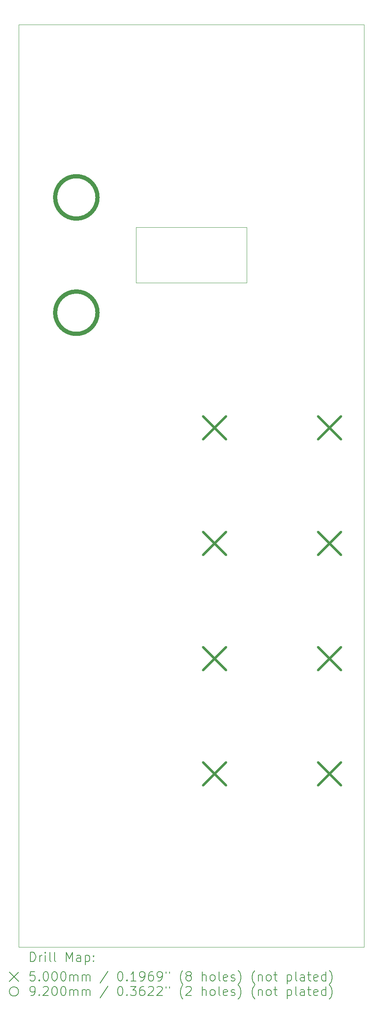
<source format=gbr>
%FSLAX45Y45*%
G04 Gerber Fmt 4.5, Leading zero omitted, Abs format (unit mm)*
G04 Created by KiCad (PCBNEW (6.0.5)) date 2022-11-21 19:29:39*
%MOMM*%
%LPD*%
G01*
G04 APERTURE LIST*
%TA.AperFunction,Profile*%
%ADD10C,0.100000*%
%TD*%
%ADD11C,0.200000*%
%ADD12C,0.500000*%
%ADD13C,0.920000*%
G04 APERTURE END LIST*
D10*
X42550000Y-4400000D02*
X44950000Y-4400000D01*
X44950000Y-4400000D02*
X44950000Y-5600000D01*
X44950000Y-5600000D02*
X42550000Y-5600000D01*
X42550000Y-5600000D02*
X42550000Y-4400000D01*
X40000000Y0D02*
X47500000Y0D01*
X47500000Y0D02*
X47500000Y-20000000D01*
X47500000Y-20000000D02*
X40000000Y-20000000D01*
X40000000Y-20000000D02*
X40000000Y0D01*
D11*
D12*
X44000000Y-8500000D02*
X44500000Y-9000000D01*
X44500000Y-8500000D02*
X44000000Y-9000000D01*
X44000000Y-11000000D02*
X44500000Y-11500000D01*
X44500000Y-11000000D02*
X44000000Y-11500000D01*
X44000000Y-13500000D02*
X44500000Y-14000000D01*
X44500000Y-13500000D02*
X44000000Y-14000000D01*
X44000000Y-16000000D02*
X44500000Y-16500000D01*
X44500000Y-16000000D02*
X44000000Y-16500000D01*
X46500000Y-8500000D02*
X47000000Y-9000000D01*
X47000000Y-8500000D02*
X46500000Y-9000000D01*
X46500000Y-11000000D02*
X47000000Y-11500000D01*
X47000000Y-11000000D02*
X46500000Y-11500000D01*
X46500000Y-13500000D02*
X47000000Y-14000000D01*
X47000000Y-13500000D02*
X46500000Y-14000000D01*
X46500000Y-16000000D02*
X47000000Y-16500000D01*
X47000000Y-16000000D02*
X46500000Y-16500000D01*
D13*
X41710000Y-3750000D02*
G75*
G03*
X41710000Y-3750000I-460000J0D01*
G01*
X41710000Y-6250000D02*
G75*
G03*
X41710000Y-6250000I-460000J0D01*
G01*
D11*
X40252619Y-20315476D02*
X40252619Y-20115476D01*
X40300238Y-20115476D01*
X40328810Y-20125000D01*
X40347857Y-20144048D01*
X40357381Y-20163095D01*
X40366905Y-20201190D01*
X40366905Y-20229762D01*
X40357381Y-20267857D01*
X40347857Y-20286905D01*
X40328810Y-20305952D01*
X40300238Y-20315476D01*
X40252619Y-20315476D01*
X40452619Y-20315476D02*
X40452619Y-20182143D01*
X40452619Y-20220238D02*
X40462143Y-20201190D01*
X40471667Y-20191667D01*
X40490714Y-20182143D01*
X40509762Y-20182143D01*
X40576429Y-20315476D02*
X40576429Y-20182143D01*
X40576429Y-20115476D02*
X40566905Y-20125000D01*
X40576429Y-20134524D01*
X40585952Y-20125000D01*
X40576429Y-20115476D01*
X40576429Y-20134524D01*
X40700238Y-20315476D02*
X40681190Y-20305952D01*
X40671667Y-20286905D01*
X40671667Y-20115476D01*
X40805000Y-20315476D02*
X40785952Y-20305952D01*
X40776429Y-20286905D01*
X40776429Y-20115476D01*
X41033571Y-20315476D02*
X41033571Y-20115476D01*
X41100238Y-20258333D01*
X41166905Y-20115476D01*
X41166905Y-20315476D01*
X41347857Y-20315476D02*
X41347857Y-20210714D01*
X41338333Y-20191667D01*
X41319286Y-20182143D01*
X41281190Y-20182143D01*
X41262143Y-20191667D01*
X41347857Y-20305952D02*
X41328810Y-20315476D01*
X41281190Y-20315476D01*
X41262143Y-20305952D01*
X41252619Y-20286905D01*
X41252619Y-20267857D01*
X41262143Y-20248810D01*
X41281190Y-20239286D01*
X41328810Y-20239286D01*
X41347857Y-20229762D01*
X41443095Y-20182143D02*
X41443095Y-20382143D01*
X41443095Y-20191667D02*
X41462143Y-20182143D01*
X41500238Y-20182143D01*
X41519286Y-20191667D01*
X41528810Y-20201190D01*
X41538333Y-20220238D01*
X41538333Y-20277381D01*
X41528810Y-20296429D01*
X41519286Y-20305952D01*
X41500238Y-20315476D01*
X41462143Y-20315476D01*
X41443095Y-20305952D01*
X41624048Y-20296429D02*
X41633571Y-20305952D01*
X41624048Y-20315476D01*
X41614524Y-20305952D01*
X41624048Y-20296429D01*
X41624048Y-20315476D01*
X41624048Y-20191667D02*
X41633571Y-20201190D01*
X41624048Y-20210714D01*
X41614524Y-20201190D01*
X41624048Y-20191667D01*
X41624048Y-20210714D01*
X39795000Y-20545000D02*
X39995000Y-20745000D01*
X39995000Y-20545000D02*
X39795000Y-20745000D01*
X40347857Y-20535476D02*
X40252619Y-20535476D01*
X40243095Y-20630714D01*
X40252619Y-20621190D01*
X40271667Y-20611667D01*
X40319286Y-20611667D01*
X40338333Y-20621190D01*
X40347857Y-20630714D01*
X40357381Y-20649762D01*
X40357381Y-20697381D01*
X40347857Y-20716429D01*
X40338333Y-20725952D01*
X40319286Y-20735476D01*
X40271667Y-20735476D01*
X40252619Y-20725952D01*
X40243095Y-20716429D01*
X40443095Y-20716429D02*
X40452619Y-20725952D01*
X40443095Y-20735476D01*
X40433571Y-20725952D01*
X40443095Y-20716429D01*
X40443095Y-20735476D01*
X40576429Y-20535476D02*
X40595476Y-20535476D01*
X40614524Y-20545000D01*
X40624048Y-20554524D01*
X40633571Y-20573571D01*
X40643095Y-20611667D01*
X40643095Y-20659286D01*
X40633571Y-20697381D01*
X40624048Y-20716429D01*
X40614524Y-20725952D01*
X40595476Y-20735476D01*
X40576429Y-20735476D01*
X40557381Y-20725952D01*
X40547857Y-20716429D01*
X40538333Y-20697381D01*
X40528810Y-20659286D01*
X40528810Y-20611667D01*
X40538333Y-20573571D01*
X40547857Y-20554524D01*
X40557381Y-20545000D01*
X40576429Y-20535476D01*
X40766905Y-20535476D02*
X40785952Y-20535476D01*
X40805000Y-20545000D01*
X40814524Y-20554524D01*
X40824048Y-20573571D01*
X40833571Y-20611667D01*
X40833571Y-20659286D01*
X40824048Y-20697381D01*
X40814524Y-20716429D01*
X40805000Y-20725952D01*
X40785952Y-20735476D01*
X40766905Y-20735476D01*
X40747857Y-20725952D01*
X40738333Y-20716429D01*
X40728810Y-20697381D01*
X40719286Y-20659286D01*
X40719286Y-20611667D01*
X40728810Y-20573571D01*
X40738333Y-20554524D01*
X40747857Y-20545000D01*
X40766905Y-20535476D01*
X40957381Y-20535476D02*
X40976429Y-20535476D01*
X40995476Y-20545000D01*
X41005000Y-20554524D01*
X41014524Y-20573571D01*
X41024048Y-20611667D01*
X41024048Y-20659286D01*
X41014524Y-20697381D01*
X41005000Y-20716429D01*
X40995476Y-20725952D01*
X40976429Y-20735476D01*
X40957381Y-20735476D01*
X40938333Y-20725952D01*
X40928810Y-20716429D01*
X40919286Y-20697381D01*
X40909762Y-20659286D01*
X40909762Y-20611667D01*
X40919286Y-20573571D01*
X40928810Y-20554524D01*
X40938333Y-20545000D01*
X40957381Y-20535476D01*
X41109762Y-20735476D02*
X41109762Y-20602143D01*
X41109762Y-20621190D02*
X41119286Y-20611667D01*
X41138333Y-20602143D01*
X41166905Y-20602143D01*
X41185952Y-20611667D01*
X41195476Y-20630714D01*
X41195476Y-20735476D01*
X41195476Y-20630714D02*
X41205000Y-20611667D01*
X41224048Y-20602143D01*
X41252619Y-20602143D01*
X41271667Y-20611667D01*
X41281190Y-20630714D01*
X41281190Y-20735476D01*
X41376429Y-20735476D02*
X41376429Y-20602143D01*
X41376429Y-20621190D02*
X41385952Y-20611667D01*
X41405000Y-20602143D01*
X41433571Y-20602143D01*
X41452619Y-20611667D01*
X41462143Y-20630714D01*
X41462143Y-20735476D01*
X41462143Y-20630714D02*
X41471667Y-20611667D01*
X41490714Y-20602143D01*
X41519286Y-20602143D01*
X41538333Y-20611667D01*
X41547857Y-20630714D01*
X41547857Y-20735476D01*
X41938333Y-20525952D02*
X41766905Y-20783095D01*
X42195476Y-20535476D02*
X42214524Y-20535476D01*
X42233571Y-20545000D01*
X42243095Y-20554524D01*
X42252619Y-20573571D01*
X42262143Y-20611667D01*
X42262143Y-20659286D01*
X42252619Y-20697381D01*
X42243095Y-20716429D01*
X42233571Y-20725952D01*
X42214524Y-20735476D01*
X42195476Y-20735476D01*
X42176429Y-20725952D01*
X42166905Y-20716429D01*
X42157381Y-20697381D01*
X42147857Y-20659286D01*
X42147857Y-20611667D01*
X42157381Y-20573571D01*
X42166905Y-20554524D01*
X42176429Y-20545000D01*
X42195476Y-20535476D01*
X42347857Y-20716429D02*
X42357381Y-20725952D01*
X42347857Y-20735476D01*
X42338333Y-20725952D01*
X42347857Y-20716429D01*
X42347857Y-20735476D01*
X42547857Y-20735476D02*
X42433571Y-20735476D01*
X42490714Y-20735476D02*
X42490714Y-20535476D01*
X42471667Y-20564048D01*
X42452619Y-20583095D01*
X42433571Y-20592619D01*
X42643095Y-20735476D02*
X42681190Y-20735476D01*
X42700238Y-20725952D01*
X42709762Y-20716429D01*
X42728810Y-20687857D01*
X42738333Y-20649762D01*
X42738333Y-20573571D01*
X42728810Y-20554524D01*
X42719286Y-20545000D01*
X42700238Y-20535476D01*
X42662143Y-20535476D01*
X42643095Y-20545000D01*
X42633571Y-20554524D01*
X42624048Y-20573571D01*
X42624048Y-20621190D01*
X42633571Y-20640238D01*
X42643095Y-20649762D01*
X42662143Y-20659286D01*
X42700238Y-20659286D01*
X42719286Y-20649762D01*
X42728810Y-20640238D01*
X42738333Y-20621190D01*
X42909762Y-20535476D02*
X42871667Y-20535476D01*
X42852619Y-20545000D01*
X42843095Y-20554524D01*
X42824048Y-20583095D01*
X42814524Y-20621190D01*
X42814524Y-20697381D01*
X42824048Y-20716429D01*
X42833571Y-20725952D01*
X42852619Y-20735476D01*
X42890714Y-20735476D01*
X42909762Y-20725952D01*
X42919286Y-20716429D01*
X42928810Y-20697381D01*
X42928810Y-20649762D01*
X42919286Y-20630714D01*
X42909762Y-20621190D01*
X42890714Y-20611667D01*
X42852619Y-20611667D01*
X42833571Y-20621190D01*
X42824048Y-20630714D01*
X42814524Y-20649762D01*
X43024048Y-20735476D02*
X43062143Y-20735476D01*
X43081190Y-20725952D01*
X43090714Y-20716429D01*
X43109762Y-20687857D01*
X43119286Y-20649762D01*
X43119286Y-20573571D01*
X43109762Y-20554524D01*
X43100238Y-20545000D01*
X43081190Y-20535476D01*
X43043095Y-20535476D01*
X43024048Y-20545000D01*
X43014524Y-20554524D01*
X43005000Y-20573571D01*
X43005000Y-20621190D01*
X43014524Y-20640238D01*
X43024048Y-20649762D01*
X43043095Y-20659286D01*
X43081190Y-20659286D01*
X43100238Y-20649762D01*
X43109762Y-20640238D01*
X43119286Y-20621190D01*
X43195476Y-20535476D02*
X43195476Y-20573571D01*
X43271667Y-20535476D02*
X43271667Y-20573571D01*
X43566905Y-20811667D02*
X43557381Y-20802143D01*
X43538333Y-20773571D01*
X43528810Y-20754524D01*
X43519286Y-20725952D01*
X43509762Y-20678333D01*
X43509762Y-20640238D01*
X43519286Y-20592619D01*
X43528810Y-20564048D01*
X43538333Y-20545000D01*
X43557381Y-20516429D01*
X43566905Y-20506905D01*
X43671667Y-20621190D02*
X43652619Y-20611667D01*
X43643095Y-20602143D01*
X43633571Y-20583095D01*
X43633571Y-20573571D01*
X43643095Y-20554524D01*
X43652619Y-20545000D01*
X43671667Y-20535476D01*
X43709762Y-20535476D01*
X43728810Y-20545000D01*
X43738333Y-20554524D01*
X43747857Y-20573571D01*
X43747857Y-20583095D01*
X43738333Y-20602143D01*
X43728810Y-20611667D01*
X43709762Y-20621190D01*
X43671667Y-20621190D01*
X43652619Y-20630714D01*
X43643095Y-20640238D01*
X43633571Y-20659286D01*
X43633571Y-20697381D01*
X43643095Y-20716429D01*
X43652619Y-20725952D01*
X43671667Y-20735476D01*
X43709762Y-20735476D01*
X43728810Y-20725952D01*
X43738333Y-20716429D01*
X43747857Y-20697381D01*
X43747857Y-20659286D01*
X43738333Y-20640238D01*
X43728810Y-20630714D01*
X43709762Y-20621190D01*
X43985952Y-20735476D02*
X43985952Y-20535476D01*
X44071667Y-20735476D02*
X44071667Y-20630714D01*
X44062143Y-20611667D01*
X44043095Y-20602143D01*
X44014524Y-20602143D01*
X43995476Y-20611667D01*
X43985952Y-20621190D01*
X44195476Y-20735476D02*
X44176429Y-20725952D01*
X44166905Y-20716429D01*
X44157381Y-20697381D01*
X44157381Y-20640238D01*
X44166905Y-20621190D01*
X44176429Y-20611667D01*
X44195476Y-20602143D01*
X44224048Y-20602143D01*
X44243095Y-20611667D01*
X44252619Y-20621190D01*
X44262143Y-20640238D01*
X44262143Y-20697381D01*
X44252619Y-20716429D01*
X44243095Y-20725952D01*
X44224048Y-20735476D01*
X44195476Y-20735476D01*
X44376429Y-20735476D02*
X44357381Y-20725952D01*
X44347857Y-20706905D01*
X44347857Y-20535476D01*
X44528810Y-20725952D02*
X44509762Y-20735476D01*
X44471667Y-20735476D01*
X44452619Y-20725952D01*
X44443095Y-20706905D01*
X44443095Y-20630714D01*
X44452619Y-20611667D01*
X44471667Y-20602143D01*
X44509762Y-20602143D01*
X44528810Y-20611667D01*
X44538333Y-20630714D01*
X44538333Y-20649762D01*
X44443095Y-20668810D01*
X44614524Y-20725952D02*
X44633571Y-20735476D01*
X44671667Y-20735476D01*
X44690714Y-20725952D01*
X44700238Y-20706905D01*
X44700238Y-20697381D01*
X44690714Y-20678333D01*
X44671667Y-20668810D01*
X44643095Y-20668810D01*
X44624048Y-20659286D01*
X44614524Y-20640238D01*
X44614524Y-20630714D01*
X44624048Y-20611667D01*
X44643095Y-20602143D01*
X44671667Y-20602143D01*
X44690714Y-20611667D01*
X44766905Y-20811667D02*
X44776428Y-20802143D01*
X44795476Y-20773571D01*
X44805000Y-20754524D01*
X44814524Y-20725952D01*
X44824048Y-20678333D01*
X44824048Y-20640238D01*
X44814524Y-20592619D01*
X44805000Y-20564048D01*
X44795476Y-20545000D01*
X44776428Y-20516429D01*
X44766905Y-20506905D01*
X45128809Y-20811667D02*
X45119286Y-20802143D01*
X45100238Y-20773571D01*
X45090714Y-20754524D01*
X45081190Y-20725952D01*
X45071667Y-20678333D01*
X45071667Y-20640238D01*
X45081190Y-20592619D01*
X45090714Y-20564048D01*
X45100238Y-20545000D01*
X45119286Y-20516429D01*
X45128809Y-20506905D01*
X45205000Y-20602143D02*
X45205000Y-20735476D01*
X45205000Y-20621190D02*
X45214524Y-20611667D01*
X45233571Y-20602143D01*
X45262143Y-20602143D01*
X45281190Y-20611667D01*
X45290714Y-20630714D01*
X45290714Y-20735476D01*
X45414524Y-20735476D02*
X45395476Y-20725952D01*
X45385952Y-20716429D01*
X45376428Y-20697381D01*
X45376428Y-20640238D01*
X45385952Y-20621190D01*
X45395476Y-20611667D01*
X45414524Y-20602143D01*
X45443095Y-20602143D01*
X45462143Y-20611667D01*
X45471667Y-20621190D01*
X45481190Y-20640238D01*
X45481190Y-20697381D01*
X45471667Y-20716429D01*
X45462143Y-20725952D01*
X45443095Y-20735476D01*
X45414524Y-20735476D01*
X45538333Y-20602143D02*
X45614524Y-20602143D01*
X45566905Y-20535476D02*
X45566905Y-20706905D01*
X45576428Y-20725952D01*
X45595476Y-20735476D01*
X45614524Y-20735476D01*
X45833571Y-20602143D02*
X45833571Y-20802143D01*
X45833571Y-20611667D02*
X45852619Y-20602143D01*
X45890714Y-20602143D01*
X45909762Y-20611667D01*
X45919286Y-20621190D01*
X45928809Y-20640238D01*
X45928809Y-20697381D01*
X45919286Y-20716429D01*
X45909762Y-20725952D01*
X45890714Y-20735476D01*
X45852619Y-20735476D01*
X45833571Y-20725952D01*
X46043095Y-20735476D02*
X46024048Y-20725952D01*
X46014524Y-20706905D01*
X46014524Y-20535476D01*
X46205000Y-20735476D02*
X46205000Y-20630714D01*
X46195476Y-20611667D01*
X46176428Y-20602143D01*
X46138333Y-20602143D01*
X46119286Y-20611667D01*
X46205000Y-20725952D02*
X46185952Y-20735476D01*
X46138333Y-20735476D01*
X46119286Y-20725952D01*
X46109762Y-20706905D01*
X46109762Y-20687857D01*
X46119286Y-20668810D01*
X46138333Y-20659286D01*
X46185952Y-20659286D01*
X46205000Y-20649762D01*
X46271667Y-20602143D02*
X46347857Y-20602143D01*
X46300238Y-20535476D02*
X46300238Y-20706905D01*
X46309762Y-20725952D01*
X46328809Y-20735476D01*
X46347857Y-20735476D01*
X46490714Y-20725952D02*
X46471667Y-20735476D01*
X46433571Y-20735476D01*
X46414524Y-20725952D01*
X46405000Y-20706905D01*
X46405000Y-20630714D01*
X46414524Y-20611667D01*
X46433571Y-20602143D01*
X46471667Y-20602143D01*
X46490714Y-20611667D01*
X46500238Y-20630714D01*
X46500238Y-20649762D01*
X46405000Y-20668810D01*
X46671667Y-20735476D02*
X46671667Y-20535476D01*
X46671667Y-20725952D02*
X46652619Y-20735476D01*
X46614524Y-20735476D01*
X46595476Y-20725952D01*
X46585952Y-20716429D01*
X46576428Y-20697381D01*
X46576428Y-20640238D01*
X46585952Y-20621190D01*
X46595476Y-20611667D01*
X46614524Y-20602143D01*
X46652619Y-20602143D01*
X46671667Y-20611667D01*
X46747857Y-20811667D02*
X46757381Y-20802143D01*
X46776428Y-20773571D01*
X46785952Y-20754524D01*
X46795476Y-20725952D01*
X46805000Y-20678333D01*
X46805000Y-20640238D01*
X46795476Y-20592619D01*
X46785952Y-20564048D01*
X46776428Y-20545000D01*
X46757381Y-20516429D01*
X46747857Y-20506905D01*
X39995000Y-20965000D02*
G75*
G03*
X39995000Y-20965000I-100000J0D01*
G01*
X40262143Y-21055476D02*
X40300238Y-21055476D01*
X40319286Y-21045952D01*
X40328810Y-21036429D01*
X40347857Y-21007857D01*
X40357381Y-20969762D01*
X40357381Y-20893571D01*
X40347857Y-20874524D01*
X40338333Y-20865000D01*
X40319286Y-20855476D01*
X40281190Y-20855476D01*
X40262143Y-20865000D01*
X40252619Y-20874524D01*
X40243095Y-20893571D01*
X40243095Y-20941190D01*
X40252619Y-20960238D01*
X40262143Y-20969762D01*
X40281190Y-20979286D01*
X40319286Y-20979286D01*
X40338333Y-20969762D01*
X40347857Y-20960238D01*
X40357381Y-20941190D01*
X40443095Y-21036429D02*
X40452619Y-21045952D01*
X40443095Y-21055476D01*
X40433571Y-21045952D01*
X40443095Y-21036429D01*
X40443095Y-21055476D01*
X40528810Y-20874524D02*
X40538333Y-20865000D01*
X40557381Y-20855476D01*
X40605000Y-20855476D01*
X40624048Y-20865000D01*
X40633571Y-20874524D01*
X40643095Y-20893571D01*
X40643095Y-20912619D01*
X40633571Y-20941190D01*
X40519286Y-21055476D01*
X40643095Y-21055476D01*
X40766905Y-20855476D02*
X40785952Y-20855476D01*
X40805000Y-20865000D01*
X40814524Y-20874524D01*
X40824048Y-20893571D01*
X40833571Y-20931667D01*
X40833571Y-20979286D01*
X40824048Y-21017381D01*
X40814524Y-21036429D01*
X40805000Y-21045952D01*
X40785952Y-21055476D01*
X40766905Y-21055476D01*
X40747857Y-21045952D01*
X40738333Y-21036429D01*
X40728810Y-21017381D01*
X40719286Y-20979286D01*
X40719286Y-20931667D01*
X40728810Y-20893571D01*
X40738333Y-20874524D01*
X40747857Y-20865000D01*
X40766905Y-20855476D01*
X40957381Y-20855476D02*
X40976429Y-20855476D01*
X40995476Y-20865000D01*
X41005000Y-20874524D01*
X41014524Y-20893571D01*
X41024048Y-20931667D01*
X41024048Y-20979286D01*
X41014524Y-21017381D01*
X41005000Y-21036429D01*
X40995476Y-21045952D01*
X40976429Y-21055476D01*
X40957381Y-21055476D01*
X40938333Y-21045952D01*
X40928810Y-21036429D01*
X40919286Y-21017381D01*
X40909762Y-20979286D01*
X40909762Y-20931667D01*
X40919286Y-20893571D01*
X40928810Y-20874524D01*
X40938333Y-20865000D01*
X40957381Y-20855476D01*
X41109762Y-21055476D02*
X41109762Y-20922143D01*
X41109762Y-20941190D02*
X41119286Y-20931667D01*
X41138333Y-20922143D01*
X41166905Y-20922143D01*
X41185952Y-20931667D01*
X41195476Y-20950714D01*
X41195476Y-21055476D01*
X41195476Y-20950714D02*
X41205000Y-20931667D01*
X41224048Y-20922143D01*
X41252619Y-20922143D01*
X41271667Y-20931667D01*
X41281190Y-20950714D01*
X41281190Y-21055476D01*
X41376429Y-21055476D02*
X41376429Y-20922143D01*
X41376429Y-20941190D02*
X41385952Y-20931667D01*
X41405000Y-20922143D01*
X41433571Y-20922143D01*
X41452619Y-20931667D01*
X41462143Y-20950714D01*
X41462143Y-21055476D01*
X41462143Y-20950714D02*
X41471667Y-20931667D01*
X41490714Y-20922143D01*
X41519286Y-20922143D01*
X41538333Y-20931667D01*
X41547857Y-20950714D01*
X41547857Y-21055476D01*
X41938333Y-20845952D02*
X41766905Y-21103095D01*
X42195476Y-20855476D02*
X42214524Y-20855476D01*
X42233571Y-20865000D01*
X42243095Y-20874524D01*
X42252619Y-20893571D01*
X42262143Y-20931667D01*
X42262143Y-20979286D01*
X42252619Y-21017381D01*
X42243095Y-21036429D01*
X42233571Y-21045952D01*
X42214524Y-21055476D01*
X42195476Y-21055476D01*
X42176429Y-21045952D01*
X42166905Y-21036429D01*
X42157381Y-21017381D01*
X42147857Y-20979286D01*
X42147857Y-20931667D01*
X42157381Y-20893571D01*
X42166905Y-20874524D01*
X42176429Y-20865000D01*
X42195476Y-20855476D01*
X42347857Y-21036429D02*
X42357381Y-21045952D01*
X42347857Y-21055476D01*
X42338333Y-21045952D01*
X42347857Y-21036429D01*
X42347857Y-21055476D01*
X42424048Y-20855476D02*
X42547857Y-20855476D01*
X42481190Y-20931667D01*
X42509762Y-20931667D01*
X42528810Y-20941190D01*
X42538333Y-20950714D01*
X42547857Y-20969762D01*
X42547857Y-21017381D01*
X42538333Y-21036429D01*
X42528810Y-21045952D01*
X42509762Y-21055476D01*
X42452619Y-21055476D01*
X42433571Y-21045952D01*
X42424048Y-21036429D01*
X42719286Y-20855476D02*
X42681190Y-20855476D01*
X42662143Y-20865000D01*
X42652619Y-20874524D01*
X42633571Y-20903095D01*
X42624048Y-20941190D01*
X42624048Y-21017381D01*
X42633571Y-21036429D01*
X42643095Y-21045952D01*
X42662143Y-21055476D01*
X42700238Y-21055476D01*
X42719286Y-21045952D01*
X42728810Y-21036429D01*
X42738333Y-21017381D01*
X42738333Y-20969762D01*
X42728810Y-20950714D01*
X42719286Y-20941190D01*
X42700238Y-20931667D01*
X42662143Y-20931667D01*
X42643095Y-20941190D01*
X42633571Y-20950714D01*
X42624048Y-20969762D01*
X42814524Y-20874524D02*
X42824048Y-20865000D01*
X42843095Y-20855476D01*
X42890714Y-20855476D01*
X42909762Y-20865000D01*
X42919286Y-20874524D01*
X42928810Y-20893571D01*
X42928810Y-20912619D01*
X42919286Y-20941190D01*
X42805000Y-21055476D01*
X42928810Y-21055476D01*
X43005000Y-20874524D02*
X43014524Y-20865000D01*
X43033571Y-20855476D01*
X43081190Y-20855476D01*
X43100238Y-20865000D01*
X43109762Y-20874524D01*
X43119286Y-20893571D01*
X43119286Y-20912619D01*
X43109762Y-20941190D01*
X42995476Y-21055476D01*
X43119286Y-21055476D01*
X43195476Y-20855476D02*
X43195476Y-20893571D01*
X43271667Y-20855476D02*
X43271667Y-20893571D01*
X43566905Y-21131667D02*
X43557381Y-21122143D01*
X43538333Y-21093571D01*
X43528810Y-21074524D01*
X43519286Y-21045952D01*
X43509762Y-20998333D01*
X43509762Y-20960238D01*
X43519286Y-20912619D01*
X43528810Y-20884048D01*
X43538333Y-20865000D01*
X43557381Y-20836429D01*
X43566905Y-20826905D01*
X43633571Y-20874524D02*
X43643095Y-20865000D01*
X43662143Y-20855476D01*
X43709762Y-20855476D01*
X43728810Y-20865000D01*
X43738333Y-20874524D01*
X43747857Y-20893571D01*
X43747857Y-20912619D01*
X43738333Y-20941190D01*
X43624048Y-21055476D01*
X43747857Y-21055476D01*
X43985952Y-21055476D02*
X43985952Y-20855476D01*
X44071667Y-21055476D02*
X44071667Y-20950714D01*
X44062143Y-20931667D01*
X44043095Y-20922143D01*
X44014524Y-20922143D01*
X43995476Y-20931667D01*
X43985952Y-20941190D01*
X44195476Y-21055476D02*
X44176429Y-21045952D01*
X44166905Y-21036429D01*
X44157381Y-21017381D01*
X44157381Y-20960238D01*
X44166905Y-20941190D01*
X44176429Y-20931667D01*
X44195476Y-20922143D01*
X44224048Y-20922143D01*
X44243095Y-20931667D01*
X44252619Y-20941190D01*
X44262143Y-20960238D01*
X44262143Y-21017381D01*
X44252619Y-21036429D01*
X44243095Y-21045952D01*
X44224048Y-21055476D01*
X44195476Y-21055476D01*
X44376429Y-21055476D02*
X44357381Y-21045952D01*
X44347857Y-21026905D01*
X44347857Y-20855476D01*
X44528810Y-21045952D02*
X44509762Y-21055476D01*
X44471667Y-21055476D01*
X44452619Y-21045952D01*
X44443095Y-21026905D01*
X44443095Y-20950714D01*
X44452619Y-20931667D01*
X44471667Y-20922143D01*
X44509762Y-20922143D01*
X44528810Y-20931667D01*
X44538333Y-20950714D01*
X44538333Y-20969762D01*
X44443095Y-20988810D01*
X44614524Y-21045952D02*
X44633571Y-21055476D01*
X44671667Y-21055476D01*
X44690714Y-21045952D01*
X44700238Y-21026905D01*
X44700238Y-21017381D01*
X44690714Y-20998333D01*
X44671667Y-20988810D01*
X44643095Y-20988810D01*
X44624048Y-20979286D01*
X44614524Y-20960238D01*
X44614524Y-20950714D01*
X44624048Y-20931667D01*
X44643095Y-20922143D01*
X44671667Y-20922143D01*
X44690714Y-20931667D01*
X44766905Y-21131667D02*
X44776428Y-21122143D01*
X44795476Y-21093571D01*
X44805000Y-21074524D01*
X44814524Y-21045952D01*
X44824048Y-20998333D01*
X44824048Y-20960238D01*
X44814524Y-20912619D01*
X44805000Y-20884048D01*
X44795476Y-20865000D01*
X44776428Y-20836429D01*
X44766905Y-20826905D01*
X45128809Y-21131667D02*
X45119286Y-21122143D01*
X45100238Y-21093571D01*
X45090714Y-21074524D01*
X45081190Y-21045952D01*
X45071667Y-20998333D01*
X45071667Y-20960238D01*
X45081190Y-20912619D01*
X45090714Y-20884048D01*
X45100238Y-20865000D01*
X45119286Y-20836429D01*
X45128809Y-20826905D01*
X45205000Y-20922143D02*
X45205000Y-21055476D01*
X45205000Y-20941190D02*
X45214524Y-20931667D01*
X45233571Y-20922143D01*
X45262143Y-20922143D01*
X45281190Y-20931667D01*
X45290714Y-20950714D01*
X45290714Y-21055476D01*
X45414524Y-21055476D02*
X45395476Y-21045952D01*
X45385952Y-21036429D01*
X45376428Y-21017381D01*
X45376428Y-20960238D01*
X45385952Y-20941190D01*
X45395476Y-20931667D01*
X45414524Y-20922143D01*
X45443095Y-20922143D01*
X45462143Y-20931667D01*
X45471667Y-20941190D01*
X45481190Y-20960238D01*
X45481190Y-21017381D01*
X45471667Y-21036429D01*
X45462143Y-21045952D01*
X45443095Y-21055476D01*
X45414524Y-21055476D01*
X45538333Y-20922143D02*
X45614524Y-20922143D01*
X45566905Y-20855476D02*
X45566905Y-21026905D01*
X45576428Y-21045952D01*
X45595476Y-21055476D01*
X45614524Y-21055476D01*
X45833571Y-20922143D02*
X45833571Y-21122143D01*
X45833571Y-20931667D02*
X45852619Y-20922143D01*
X45890714Y-20922143D01*
X45909762Y-20931667D01*
X45919286Y-20941190D01*
X45928809Y-20960238D01*
X45928809Y-21017381D01*
X45919286Y-21036429D01*
X45909762Y-21045952D01*
X45890714Y-21055476D01*
X45852619Y-21055476D01*
X45833571Y-21045952D01*
X46043095Y-21055476D02*
X46024048Y-21045952D01*
X46014524Y-21026905D01*
X46014524Y-20855476D01*
X46205000Y-21055476D02*
X46205000Y-20950714D01*
X46195476Y-20931667D01*
X46176428Y-20922143D01*
X46138333Y-20922143D01*
X46119286Y-20931667D01*
X46205000Y-21045952D02*
X46185952Y-21055476D01*
X46138333Y-21055476D01*
X46119286Y-21045952D01*
X46109762Y-21026905D01*
X46109762Y-21007857D01*
X46119286Y-20988810D01*
X46138333Y-20979286D01*
X46185952Y-20979286D01*
X46205000Y-20969762D01*
X46271667Y-20922143D02*
X46347857Y-20922143D01*
X46300238Y-20855476D02*
X46300238Y-21026905D01*
X46309762Y-21045952D01*
X46328809Y-21055476D01*
X46347857Y-21055476D01*
X46490714Y-21045952D02*
X46471667Y-21055476D01*
X46433571Y-21055476D01*
X46414524Y-21045952D01*
X46405000Y-21026905D01*
X46405000Y-20950714D01*
X46414524Y-20931667D01*
X46433571Y-20922143D01*
X46471667Y-20922143D01*
X46490714Y-20931667D01*
X46500238Y-20950714D01*
X46500238Y-20969762D01*
X46405000Y-20988810D01*
X46671667Y-21055476D02*
X46671667Y-20855476D01*
X46671667Y-21045952D02*
X46652619Y-21055476D01*
X46614524Y-21055476D01*
X46595476Y-21045952D01*
X46585952Y-21036429D01*
X46576428Y-21017381D01*
X46576428Y-20960238D01*
X46585952Y-20941190D01*
X46595476Y-20931667D01*
X46614524Y-20922143D01*
X46652619Y-20922143D01*
X46671667Y-20931667D01*
X46747857Y-21131667D02*
X46757381Y-21122143D01*
X46776428Y-21093571D01*
X46785952Y-21074524D01*
X46795476Y-21045952D01*
X46805000Y-20998333D01*
X46805000Y-20960238D01*
X46795476Y-20912619D01*
X46785952Y-20884048D01*
X46776428Y-20865000D01*
X46757381Y-20836429D01*
X46747857Y-20826905D01*
M02*

</source>
